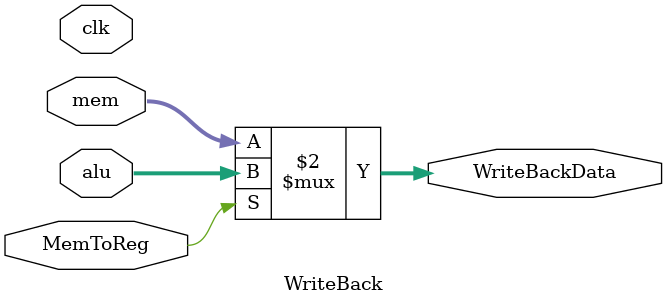
<source format=v>
`timescale 1ns / 1ps
module WriteBack(
    input clk,
    input [15:0] mem,
    input [15:0] alu,
    output [15:0] WriteBackData,
    input MemToReg
    );

assign WriteBackData=(MemToReg==0)?mem:alu;

endmodule

</source>
